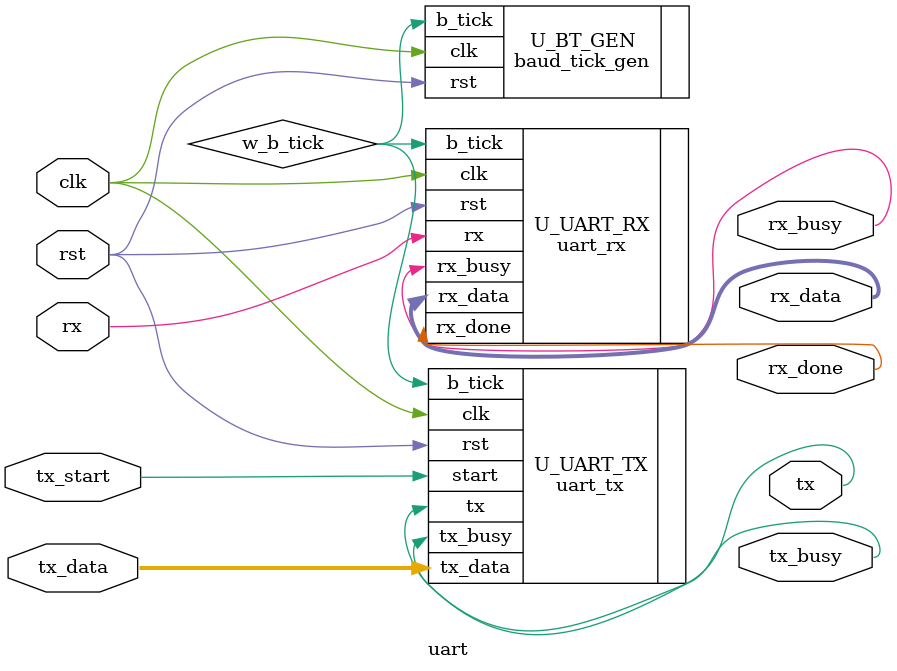
<source format=v>
`timescale 1ns / 1ps


module uart_fifo(
    input        clk       ,
    input        rst       ,
    input        rx        ,
    input  [1:0] mode_sel  ,
    input  [7:0] time_data ,
    input  [7:0] sw_data   ,
    input  [7:0] sr_data   ,
    input  [7:0] dht_data  ,
    input        sr_done   ,
    input        dht_done  ,
    output [7:0] rx_data   ,
    output       tx        
);
    
    // register
     reg [7:0] rx_data_reg;

    // wire
    wire [7:0] w_rx_data;
    wire [7:0] w_tx_data;
    wire [7:0] w_lb_data;
    wire [7:0] w_time_data;
    wire [7:0] w_sw_data;
    wire [7:0] w_dht_data;
    wire [7:0] w_sr_data;
    wire [7:0] w_data;

    wire w_send_start_w;
    wire w_send_start_sw;
    wire w_send_start_dht;
    wire w_send_start_sr;
    wire w_send_start;

    wire w_rx_done;
    wire w_rx_full;

    wire w_tx_busy;
    wire w_tx_start;

    wire w_lb_push;
    wire w_lb_pop;
    
    //output & assign
    assign rx_data = rx_data_reg;
    assign w_send_start = (w_send_start_w) ? w_send_start_w : 
                          (w_send_start_sw) ? w_send_start_sw : 
                          (w_send_start_sr) ? w_send_start_sr :
                          (w_send_start_dht) ? w_send_start_dht : 0; 
    assign w_data = (w_send_start_w) ? w_time_data : 
                    (w_send_start_sw) ? w_sw_data : 
                    (w_send_start_sr) ? w_sr_data :
                    (w_send_start_dht) ? w_dht_data : 0;

    // sequential logic for tick signal
    always @(posedge clk, posedge rst) begin
        if (rst) begin
            rx_data_reg <= 0;
        end else begin
            if(!w_lb_push) begin
                rx_data_reg <= w_lb_data;
            end else rx_data_reg <= 0; 
        end
    end

    // UART MAIN
    uart U_UART(
        .clk(clk),
        .rst(rst),
        .tx_start(~(w_tx_start)),
        .rx(rx),
        .tx_data(w_tx_data),
        .tx(tx),
        .tx_busy(w_tx_busy),
        .rx_data(w_rx_data),
        .rx_busy(),
        .rx_done(w_rx_done)
    );

    // UART FIFO RX
    fifo U_FIFO_RX(
        .clk    (clk),
        .rst    (rst),
        .w_data (w_rx_data),
        .push   (w_rx_done),
        .pop    (~(w_lb_pop)),
        .r_data (w_lb_data),
        .full   (w_rx_full),
        .empty  (w_lb_push)
    );

    // STOPWATCH DATA SENDER
    ascii_sender U_ASCII_SENDER_STOPWATCH(
    .clk        (clk),
    .rst        (rst),
    .start      ((w_lb_push) & (rx_data_reg == "T") & (mode_sel == 0)),
    .tx_busy    (w_tx_busy),
    .time_data  (sw_data),
    .send_start (w_send_start_sw),
    .ascii_data (w_sw_data)
    );

    // WATCH DATA SENDER
    ascii_sender U_ASCII_SENDER_WATCH(
    .clk        (clk),
    .rst        (rst),
    .start      ((w_lb_push) & (rx_data_reg == "T") & (mode_sel == 1)),
    .tx_busy    (w_tx_busy),
    .time_data  (time_data),
    .send_start (w_send_start_w),
    .ascii_data (w_time_data)
    );

    // SR04 DATA SENDER
    ascii_sender_sr U_ASCII_SENDER_SR(
        .clk        (clk),
        .rst        (rst),
        .start      (sr_done & (mode_sel == 2)),
        .tx_busy    (w_tx_busy),
        .sr_data    (sr_data),
        .send_start (w_send_start_sr),
        .ascii_data (w_sr_data)
    );

    // DHT11 DATA SENDER
    ascii_sender_dht U_ASCII_SENDER_DHT(
        .clk        (clk),
        .rst        (rst),
        .start      (dht_done & (mode_sel == 3)),
        .tx_busy    (w_tx_busy),
        .dht_data   (dht_data),
        .send_start (w_send_start_dht),
        .ascii_data (w_dht_data)
    );
    
    // UART FIFO TX
    fifo U_FIFO_TX(
        .clk    (clk),
        .rst    (rst),
        .w_data (w_data),
        .push   (w_send_start),
        .pop    (~(w_tx_busy)),
        .r_data (w_tx_data),
        .full   (w_lb_pop),
        .empty  (w_tx_start)
    );
endmodule

module uart(
    input        clk,
    input        rst,
    input        tx_start,
    input        rx,
    input  [7:0] tx_data,
    output       tx,
    output       tx_busy,
    output [7:0] rx_data,
    output       rx_busy,
    output       rx_done
);

    wire w_b_tick;

    uart_rx U_UART_RX(
        .clk(clk),
        .rst(rst),
        .b_tick(w_b_tick), // same b_tick with UART TX
        .rx(rx),
        .rx_data(rx_data),
        .rx_busy(rx_busy),
        .rx_done(rx_done)
    );

    uart_tx U_UART_TX(
        .clk(clk),
        .rst(rst),
        .start(tx_start),
        .b_tick(w_b_tick), // same b_tick with UART RX
        .tx_data(tx_data),
        .tx(tx),
        .tx_busy(tx_busy)
    );

    baud_tick_gen #(.BAUD(9600)) U_BT_GEN(
        .clk(clk),
        .rst(rst),
        .b_tick(w_b_tick)
    );
endmodule
</source>
